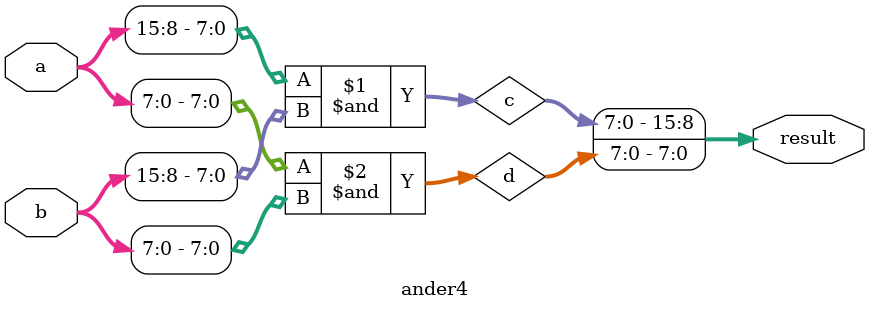
<source format=v>
`timescale 1 ns / 1 ps

module ander4 (a, b, result);

    input [15:0] a,b;
    output [15:0] result;
    wire [7:0] c,d;

    assign c = a[15:8] & b[15:8];
    assign d = a[7:0] & b[7:0];
    assign result = {c,d};

endmodule

</source>
